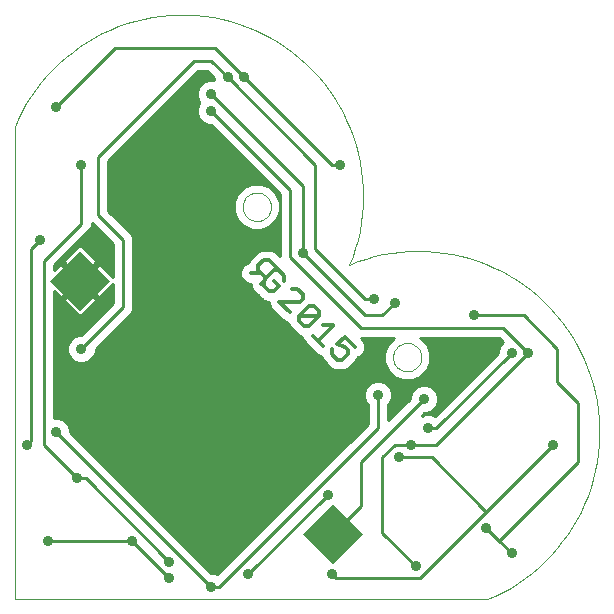
<source format=gtl>
G75*
G70*
%OFA0B0*%
%FSLAX24Y24*%
%IPPOS*%
%LPD*%
%AMOC8*
5,1,8,0,0,1.08239X$1,22.5*
%
%ADD10C,0.0000*%
%ADD11R,0.1417X0.1417*%
%ADD12C,0.0120*%
%ADD13C,0.0100*%
%ADD14C,0.0357*%
D10*
X009756Y010038D02*
X025504Y010038D01*
X025771Y010155D01*
X026032Y010285D01*
X026287Y010428D01*
X026534Y010582D01*
X026773Y010749D01*
X027005Y010927D01*
X027227Y011115D01*
X027440Y011315D01*
X027643Y011524D01*
X027835Y011743D01*
X028017Y011971D01*
X028188Y012207D01*
X028347Y012452D01*
X028494Y012704D01*
X028629Y012962D01*
X028751Y013227D01*
X028860Y013498D01*
X028956Y013773D01*
X029038Y014053D01*
X029107Y014336D01*
X029162Y014622D01*
X029203Y014911D01*
X029231Y015201D01*
X029244Y015493D01*
X029243Y015784D01*
X029228Y016076D01*
X029199Y016366D01*
X029156Y016654D01*
X029099Y016940D01*
X029028Y017223D01*
X028944Y017502D01*
X028846Y017777D01*
X028735Y018047D01*
X028611Y018311D01*
X028475Y018568D01*
X028326Y018819D01*
X028166Y019063D01*
X027994Y019298D01*
X027810Y019525D01*
X027616Y019743D01*
X027412Y019951D01*
X027198Y020148D01*
X026974Y020336D01*
X026742Y020512D01*
X026501Y020677D01*
X026253Y020830D01*
X025998Y020971D01*
X025736Y021099D01*
X025468Y021215D01*
X025195Y021317D01*
X024918Y021407D01*
X024636Y021482D01*
X024351Y021544D01*
X024063Y021592D01*
X023774Y021627D01*
X023483Y021647D01*
X023191Y021653D01*
X022900Y021645D01*
X022609Y021623D01*
X022320Y021587D01*
X022032Y021537D01*
X021748Y021473D01*
X021467Y021395D01*
X021190Y021304D01*
X020917Y021200D01*
X017357Y023123D02*
X017359Y023166D01*
X017365Y023208D01*
X017375Y023250D01*
X017388Y023291D01*
X017405Y023331D01*
X017426Y023368D01*
X017450Y023404D01*
X017477Y023437D01*
X017507Y023468D01*
X017540Y023496D01*
X017575Y023521D01*
X017612Y023542D01*
X017651Y023560D01*
X017691Y023574D01*
X017733Y023585D01*
X017775Y023592D01*
X017818Y023595D01*
X017861Y023594D01*
X017904Y023589D01*
X017946Y023580D01*
X017987Y023568D01*
X018027Y023552D01*
X018065Y023532D01*
X018101Y023509D01*
X018135Y023482D01*
X018167Y023453D01*
X018195Y023421D01*
X018221Y023386D01*
X018243Y023350D01*
X018262Y023311D01*
X018277Y023271D01*
X018289Y023230D01*
X018297Y023187D01*
X018301Y023144D01*
X018301Y023102D01*
X018297Y023059D01*
X018289Y023016D01*
X018277Y022975D01*
X018262Y022935D01*
X018243Y022896D01*
X018221Y022860D01*
X018195Y022825D01*
X018167Y022793D01*
X018135Y022764D01*
X018101Y022737D01*
X018065Y022714D01*
X018027Y022694D01*
X017987Y022678D01*
X017946Y022666D01*
X017904Y022657D01*
X017861Y022652D01*
X017818Y022651D01*
X017775Y022654D01*
X017733Y022661D01*
X017691Y022672D01*
X017651Y022686D01*
X017612Y022704D01*
X017575Y022725D01*
X017540Y022750D01*
X017507Y022778D01*
X017477Y022809D01*
X017450Y022842D01*
X017426Y022878D01*
X017405Y022915D01*
X017388Y022955D01*
X017375Y022996D01*
X017365Y023038D01*
X017359Y023080D01*
X017357Y023123D01*
X020918Y021199D02*
X021022Y021472D01*
X021113Y021749D01*
X021191Y022030D01*
X021255Y022314D01*
X021305Y022602D01*
X021341Y022891D01*
X021363Y023182D01*
X021371Y023473D01*
X021365Y023765D01*
X021345Y024056D01*
X021310Y024345D01*
X021262Y024633D01*
X021200Y024918D01*
X021125Y025200D01*
X021035Y025477D01*
X020933Y025750D01*
X020817Y026018D01*
X020689Y026280D01*
X020548Y026535D01*
X020395Y026783D01*
X020230Y027024D01*
X020054Y027256D01*
X019866Y027480D01*
X019669Y027694D01*
X019461Y027898D01*
X019243Y028092D01*
X019016Y028276D01*
X018781Y028448D01*
X018537Y028608D01*
X018286Y028757D01*
X018029Y028893D01*
X017765Y029017D01*
X017495Y029128D01*
X017220Y029226D01*
X016941Y029310D01*
X016658Y029381D01*
X016372Y029438D01*
X016084Y029481D01*
X015794Y029510D01*
X015502Y029525D01*
X015211Y029526D01*
X014919Y029513D01*
X014629Y029485D01*
X014340Y029444D01*
X014054Y029389D01*
X013771Y029320D01*
X013491Y029238D01*
X013216Y029142D01*
X012945Y029033D01*
X012680Y028911D01*
X012422Y028776D01*
X012170Y028629D01*
X011925Y028470D01*
X011689Y028299D01*
X011461Y028117D01*
X011242Y027925D01*
X011033Y027722D01*
X010833Y027509D01*
X010645Y027287D01*
X010467Y027055D01*
X010300Y026816D01*
X010146Y026569D01*
X010003Y026314D01*
X009873Y026053D01*
X009756Y025786D01*
X009756Y010038D01*
X022368Y018112D02*
X022370Y018155D01*
X022376Y018197D01*
X022386Y018239D01*
X022399Y018280D01*
X022416Y018320D01*
X022437Y018357D01*
X022461Y018393D01*
X022488Y018426D01*
X022518Y018457D01*
X022551Y018485D01*
X022586Y018510D01*
X022623Y018531D01*
X022662Y018549D01*
X022702Y018563D01*
X022744Y018574D01*
X022786Y018581D01*
X022829Y018584D01*
X022872Y018583D01*
X022915Y018578D01*
X022957Y018569D01*
X022998Y018557D01*
X023038Y018541D01*
X023076Y018521D01*
X023112Y018498D01*
X023146Y018471D01*
X023178Y018442D01*
X023206Y018410D01*
X023232Y018375D01*
X023254Y018339D01*
X023273Y018300D01*
X023288Y018260D01*
X023300Y018219D01*
X023308Y018176D01*
X023312Y018133D01*
X023312Y018091D01*
X023308Y018048D01*
X023300Y018005D01*
X023288Y017964D01*
X023273Y017924D01*
X023254Y017885D01*
X023232Y017849D01*
X023206Y017814D01*
X023178Y017782D01*
X023146Y017753D01*
X023112Y017726D01*
X023076Y017703D01*
X023038Y017683D01*
X022998Y017667D01*
X022957Y017655D01*
X022915Y017646D01*
X022872Y017641D01*
X022829Y017640D01*
X022786Y017643D01*
X022744Y017650D01*
X022702Y017661D01*
X022662Y017675D01*
X022623Y017693D01*
X022586Y017714D01*
X022551Y017739D01*
X022518Y017767D01*
X022488Y017798D01*
X022461Y017831D01*
X022437Y017867D01*
X022416Y017904D01*
X022399Y017944D01*
X022386Y017985D01*
X022376Y018027D01*
X022370Y018069D01*
X022368Y018112D01*
D11*
G36*
X019376Y012224D02*
X020377Y013225D01*
X021378Y012224D01*
X020377Y011223D01*
X019376Y012224D01*
G37*
G36*
X010941Y020659D02*
X011942Y021660D01*
X012943Y020659D01*
X011942Y019658D01*
X010941Y020659D01*
G37*
D12*
X017622Y020909D02*
X017969Y020916D01*
X018145Y020740D01*
X018407Y021001D01*
X018492Y021086D01*
X018230Y021348D01*
X018061Y021348D01*
X017884Y021171D01*
X017884Y021001D01*
X017969Y020916D01*
X018145Y020740D02*
X018054Y020648D01*
X017969Y020563D01*
X018054Y020478D02*
X018054Y020648D01*
X018054Y020478D02*
X018230Y020301D01*
X018407Y020308D01*
X018577Y020478D01*
X018400Y020655D01*
X018407Y021001D02*
X018577Y021001D01*
X018746Y020832D01*
X018746Y020662D01*
X019001Y020379D02*
X019185Y020379D01*
X019355Y020209D01*
X019355Y020040D01*
X019347Y020032D02*
X019263Y019948D01*
X018577Y019955D01*
X018923Y019608D01*
X019227Y019474D02*
X019227Y019304D01*
X019397Y019134D01*
X019567Y019134D01*
X019906Y019474D01*
X019906Y019644D01*
X019736Y019813D01*
X019567Y019813D01*
X019227Y019474D01*
X019899Y019481D01*
X020039Y019168D02*
X020382Y019168D01*
X020376Y019163D02*
X019878Y018664D01*
X020042Y018489D02*
X019699Y018832D01*
X020330Y018371D02*
X020330Y018201D01*
X020507Y018024D01*
X020677Y018024D01*
X020847Y018194D01*
X020854Y018201D02*
X020854Y018357D01*
X020762Y018449D01*
X020500Y018541D01*
X020755Y018795D01*
X021101Y018449D01*
D13*
X021425Y018316D02*
X022100Y018316D01*
X022078Y018263D02*
X022078Y017960D01*
X022194Y017680D01*
X022409Y017465D01*
X022689Y017349D01*
X022992Y017349D01*
X023272Y017465D01*
X023487Y017680D01*
X023603Y017960D01*
X023603Y018263D01*
X023487Y018544D01*
X023284Y018746D01*
X025901Y018746D01*
X026027Y018620D01*
X025923Y018516D01*
X025852Y018344D01*
X025852Y018263D01*
X023752Y016163D01*
X023630Y016214D01*
X023443Y016214D01*
X023322Y016163D01*
X023410Y016251D01*
X023490Y016251D01*
X023663Y016323D01*
X023794Y016454D01*
X023866Y016627D01*
X023866Y016813D01*
X023794Y016985D01*
X023663Y017117D01*
X023490Y017188D01*
X023304Y017188D01*
X023132Y017117D01*
X023000Y016985D01*
X022929Y016813D01*
X022929Y016732D01*
X022206Y016009D01*
X022206Y016536D01*
X022263Y016594D01*
X022334Y016766D01*
X022334Y016952D01*
X022263Y017124D01*
X022131Y017256D01*
X021959Y017327D01*
X021773Y017327D01*
X021601Y017256D01*
X021469Y017124D01*
X021398Y016952D01*
X021398Y016766D01*
X021469Y016594D01*
X021526Y016536D01*
X021526Y015886D01*
X016514Y010874D01*
X016391Y010924D01*
X016311Y010924D01*
X011617Y015619D01*
X011617Y015699D01*
X011545Y015871D01*
X011413Y016003D01*
X011241Y016075D01*
X011071Y016075D01*
X011071Y020316D01*
X011299Y020087D01*
X011871Y020659D01*
X011299Y021231D01*
X011071Y021002D01*
X011071Y021172D01*
X012176Y022278D01*
X012271Y022373D01*
X012323Y022498D01*
X012323Y022580D01*
X013035Y021868D01*
X013035Y020779D01*
X012584Y021231D01*
X012012Y020659D01*
X011942Y020730D01*
X012513Y021301D01*
X012034Y021781D01*
X011999Y021801D01*
X011961Y021811D01*
X011922Y021811D01*
X011884Y021801D01*
X011849Y021781D01*
X011370Y021301D01*
X011941Y020730D01*
X011871Y020659D01*
X011941Y020588D01*
X011370Y020016D01*
X011849Y019537D01*
X011884Y019517D01*
X011922Y019507D01*
X011961Y019507D01*
X011999Y019517D01*
X012034Y019537D01*
X012513Y020016D01*
X011942Y020588D01*
X012012Y020659D01*
X012584Y020087D01*
X013035Y020538D01*
X013035Y019923D01*
X011971Y018858D01*
X011890Y018858D01*
X011718Y018787D01*
X011586Y018655D01*
X011515Y018483D01*
X011515Y018297D01*
X011586Y018125D01*
X011718Y017993D01*
X011890Y017922D01*
X012076Y017922D01*
X012249Y017993D01*
X012380Y018125D01*
X012452Y018297D01*
X012452Y018378D01*
X013568Y019494D01*
X013663Y019589D01*
X013715Y019714D01*
X013715Y021941D01*
X013715Y022077D01*
X013700Y022112D01*
X013663Y022202D01*
X012880Y022985D01*
X012880Y024652D01*
X015882Y027654D01*
X016158Y027654D01*
X016387Y027425D01*
X016387Y027349D01*
X016205Y027349D01*
X016033Y027278D01*
X015901Y027146D01*
X015830Y026974D01*
X015830Y026788D01*
X015901Y026616D01*
X015914Y026603D01*
X015901Y026589D01*
X015830Y026417D01*
X015830Y026231D01*
X015901Y026059D01*
X016033Y025927D01*
X016205Y025856D01*
X016286Y025856D01*
X018603Y023539D01*
X018482Y023539D01*
X018476Y023555D02*
X018261Y023769D01*
X017981Y023885D01*
X017678Y023885D01*
X017398Y023769D01*
X017183Y023555D01*
X017067Y023274D01*
X017067Y022971D01*
X017183Y022691D01*
X017398Y022476D01*
X017678Y022360D01*
X017981Y022360D01*
X018261Y022476D01*
X018476Y022691D01*
X018592Y022971D01*
X018592Y023274D01*
X018476Y023555D01*
X018504Y023637D02*
X018393Y023637D01*
X018406Y023736D02*
X018294Y023736D01*
X018307Y023834D02*
X018103Y023834D01*
X018209Y023933D02*
X012880Y023933D01*
X012880Y023834D02*
X017556Y023834D01*
X017364Y023736D02*
X012880Y023736D01*
X012880Y023637D02*
X017266Y023637D01*
X017177Y023539D02*
X012880Y023539D01*
X012880Y023440D02*
X017136Y023440D01*
X017095Y023342D02*
X012880Y023342D01*
X012880Y023243D02*
X017067Y023243D01*
X017067Y023145D02*
X012880Y023145D01*
X012880Y023046D02*
X017067Y023046D01*
X017077Y022948D02*
X012918Y022948D01*
X013016Y022849D02*
X017117Y022849D01*
X017158Y022751D02*
X013115Y022751D01*
X013213Y022652D02*
X017222Y022652D01*
X017320Y022553D02*
X013312Y022553D01*
X013410Y022455D02*
X017449Y022455D01*
X018210Y022455D02*
X018603Y022455D01*
X018603Y022553D02*
X018338Y022553D01*
X018437Y022652D02*
X018603Y022652D01*
X018603Y022751D02*
X018501Y022751D01*
X018541Y022849D02*
X018603Y022849D01*
X018603Y022948D02*
X018582Y022948D01*
X018592Y023046D02*
X018603Y023046D01*
X018592Y023145D02*
X018603Y023145D01*
X018592Y023243D02*
X018603Y023243D01*
X018603Y023342D02*
X018564Y023342D01*
X018603Y023440D02*
X018523Y023440D01*
X018603Y023539D02*
X018603Y021470D01*
X018527Y021546D01*
X018429Y021644D01*
X018300Y021698D01*
X018130Y021698D01*
X017991Y021698D01*
X017862Y021644D01*
X017587Y021369D01*
X017540Y021255D01*
X017418Y021202D01*
X017321Y021101D01*
X017271Y020972D01*
X017274Y020832D01*
X017330Y020705D01*
X017430Y020609D01*
X017560Y020558D01*
X017619Y020559D01*
X017619Y020493D01*
X017672Y020365D01*
X017770Y020266D01*
X017855Y020181D01*
X017939Y020098D01*
X017942Y020091D01*
X017988Y020049D01*
X018032Y020004D01*
X018039Y020002D01*
X018044Y019997D01*
X018103Y019975D01*
X018161Y019951D01*
X018168Y019951D01*
X018175Y019949D01*
X018227Y019951D01*
X018226Y019889D01*
X018227Y019887D01*
X018227Y019885D01*
X018253Y019822D01*
X018278Y019760D01*
X018279Y019758D01*
X018280Y019756D01*
X018329Y019708D01*
X018375Y019660D01*
X018377Y019659D01*
X018725Y019312D01*
X018854Y019258D01*
X018877Y019258D01*
X018877Y019235D01*
X018877Y019234D01*
X018894Y019193D01*
X018931Y019106D01*
X019029Y019007D01*
X019100Y018936D01*
X019199Y018838D01*
X019327Y018784D01*
X019349Y018784D01*
X019349Y018763D01*
X019403Y018634D01*
X019844Y018193D01*
X019973Y018139D01*
X019980Y018139D01*
X019980Y018131D01*
X020034Y018003D01*
X020132Y017904D01*
X020309Y017728D01*
X020438Y017674D01*
X020577Y017674D01*
X020746Y017674D01*
X020875Y017728D01*
X020974Y017826D01*
X021143Y017996D01*
X021150Y018003D01*
X021194Y018108D01*
X021299Y018152D01*
X021398Y018250D01*
X021451Y018379D01*
X021451Y018518D01*
X021398Y018647D01*
X021299Y018746D01*
X022397Y018746D01*
X022194Y018544D01*
X022078Y018263D01*
X022078Y018218D02*
X021365Y018218D01*
X021220Y018119D02*
X022078Y018119D01*
X022078Y018020D02*
X021158Y018020D01*
X021143Y017996D02*
X021143Y017996D01*
X021069Y017922D02*
X022094Y017922D01*
X022135Y017823D02*
X020971Y017823D01*
X020974Y017826D02*
X020974Y017826D01*
X020868Y017725D02*
X022175Y017725D01*
X022248Y017626D02*
X011071Y017626D01*
X011071Y017528D02*
X022346Y017528D01*
X022496Y017429D02*
X011071Y017429D01*
X011071Y017331D02*
X024919Y017331D01*
X025018Y017429D02*
X023185Y017429D01*
X023335Y017528D02*
X025116Y017528D01*
X025215Y017626D02*
X023433Y017626D01*
X023505Y017725D02*
X025314Y017725D01*
X025412Y017823D02*
X023546Y017823D01*
X023587Y017922D02*
X025511Y017922D01*
X025609Y018020D02*
X023603Y018020D01*
X023603Y018119D02*
X025708Y018119D01*
X025806Y018218D02*
X023603Y018218D01*
X023581Y018316D02*
X025852Y018316D01*
X025881Y018415D02*
X023540Y018415D01*
X023499Y018513D02*
X025922Y018513D01*
X026019Y018612D02*
X023419Y018612D01*
X023320Y018710D02*
X025937Y018710D01*
X026042Y019086D02*
X026877Y018251D01*
X023815Y015189D01*
X022980Y015189D01*
X022423Y015189D01*
X022005Y014771D01*
X022005Y012266D01*
X023119Y011152D01*
X023258Y010734D02*
X025485Y012961D01*
X023676Y014771D01*
X022562Y014771D01*
X021866Y015745D02*
X021866Y016859D01*
X021432Y017035D02*
X011071Y017035D01*
X011071Y017134D02*
X021478Y017134D01*
X021577Y017232D02*
X011071Y017232D01*
X011071Y016936D02*
X021398Y016936D01*
X021398Y016838D02*
X011071Y016838D01*
X011071Y016739D02*
X021409Y016739D01*
X021449Y016641D02*
X011071Y016641D01*
X011071Y016542D02*
X021520Y016542D01*
X021526Y016444D02*
X011071Y016444D01*
X011071Y016345D02*
X021526Y016345D01*
X021526Y016247D02*
X011071Y016247D01*
X011071Y016148D02*
X021526Y016148D01*
X021526Y016050D02*
X011302Y016050D01*
X011466Y015951D02*
X021526Y015951D01*
X021492Y015852D02*
X011553Y015852D01*
X011594Y015754D02*
X021394Y015754D01*
X021295Y015655D02*
X011617Y015655D01*
X011678Y015557D02*
X021197Y015557D01*
X021098Y015458D02*
X011777Y015458D01*
X011875Y015360D02*
X021000Y015360D01*
X020901Y015261D02*
X011974Y015261D01*
X012072Y015163D02*
X020803Y015163D01*
X020704Y015064D02*
X012171Y015064D01*
X012269Y014966D02*
X020606Y014966D01*
X020507Y014867D02*
X012368Y014867D01*
X012467Y014769D02*
X020408Y014769D01*
X020310Y014670D02*
X012565Y014670D01*
X012664Y014571D02*
X020211Y014571D01*
X020113Y014473D02*
X012762Y014473D01*
X012861Y014374D02*
X020014Y014374D01*
X019916Y014276D02*
X012959Y014276D01*
X013058Y014177D02*
X019817Y014177D01*
X019719Y014079D02*
X013156Y014079D01*
X013255Y013980D02*
X019620Y013980D01*
X019522Y013882D02*
X013353Y013882D01*
X013452Y013783D02*
X019423Y013783D01*
X019324Y013685D02*
X013551Y013685D01*
X013649Y013586D02*
X019226Y013586D01*
X019127Y013487D02*
X013748Y013487D01*
X013846Y013389D02*
X019029Y013389D01*
X018930Y013290D02*
X013945Y013290D01*
X014043Y013192D02*
X018832Y013192D01*
X018733Y013093D02*
X014142Y013093D01*
X014240Y012995D02*
X018635Y012995D01*
X018536Y012896D02*
X014339Y012896D01*
X014437Y012798D02*
X018438Y012798D01*
X018339Y012699D02*
X014536Y012699D01*
X014635Y012601D02*
X018241Y012601D01*
X018142Y012502D02*
X014733Y012502D01*
X014832Y012403D02*
X018043Y012403D01*
X017945Y012305D02*
X014930Y012305D01*
X015029Y012206D02*
X017846Y012206D01*
X017748Y012108D02*
X015127Y012108D01*
X015226Y012009D02*
X017649Y012009D01*
X017551Y011911D02*
X015324Y011911D01*
X015423Y011812D02*
X017452Y011812D01*
X017354Y011714D02*
X015521Y011714D01*
X015620Y011615D02*
X017255Y011615D01*
X017157Y011517D02*
X015719Y011517D01*
X015817Y011418D02*
X017058Y011418D01*
X016959Y011319D02*
X015916Y011319D01*
X016014Y011221D02*
X016861Y011221D01*
X016762Y011122D02*
X016113Y011122D01*
X016211Y011024D02*
X016664Y011024D01*
X016565Y010925D02*
X016310Y010925D01*
X016298Y010456D02*
X016577Y010456D01*
X021866Y015745D01*
X022206Y016050D02*
X022246Y016050D01*
X022206Y016148D02*
X022345Y016148D01*
X022443Y016247D02*
X022206Y016247D01*
X022206Y016345D02*
X022542Y016345D01*
X022641Y016444D02*
X022206Y016444D01*
X022212Y016542D02*
X022739Y016542D01*
X022838Y016641D02*
X022283Y016641D01*
X022324Y016739D02*
X022929Y016739D01*
X022939Y016838D02*
X022334Y016838D01*
X022334Y016936D02*
X022980Y016936D01*
X023050Y017035D02*
X022300Y017035D01*
X022254Y017134D02*
X023172Y017134D01*
X023397Y016720D02*
X021309Y014632D01*
X021309Y013156D01*
X020377Y012224D01*
X020196Y013518D02*
X017551Y010874D01*
X016298Y010456D02*
X011148Y015606D01*
X010731Y015189D02*
X010731Y021313D01*
X011983Y022566D01*
X011983Y024515D01*
X012540Y024793D02*
X015742Y027994D01*
X016298Y027994D01*
X016855Y027438D01*
X019778Y024515D01*
X019778Y021731D01*
X021449Y020060D01*
X021727Y020060D01*
X022005Y019504D02*
X021449Y019504D01*
X019361Y021592D01*
X019361Y023819D01*
X016298Y026881D01*
X015830Y026889D02*
X015117Y026889D01*
X015019Y026791D02*
X015830Y026791D01*
X015869Y026692D02*
X014920Y026692D01*
X014822Y026594D02*
X015905Y026594D01*
X015862Y026495D02*
X014723Y026495D01*
X014624Y026397D02*
X015830Y026397D01*
X015830Y026298D02*
X014526Y026298D01*
X014427Y026200D02*
X015843Y026200D01*
X015884Y026101D02*
X014329Y026101D01*
X014230Y026002D02*
X015958Y026002D01*
X016089Y025904D02*
X014132Y025904D01*
X014033Y025805D02*
X016336Y025805D01*
X016435Y025707D02*
X013935Y025707D01*
X013836Y025608D02*
X016533Y025608D01*
X016632Y025510D02*
X013738Y025510D01*
X013639Y025411D02*
X016730Y025411D01*
X016829Y025313D02*
X013541Y025313D01*
X013442Y025214D02*
X016928Y025214D01*
X017026Y025116D02*
X013343Y025116D01*
X013245Y025017D02*
X017125Y025017D01*
X017223Y024918D02*
X013146Y024918D01*
X013048Y024820D02*
X017322Y024820D01*
X017420Y024721D02*
X012949Y024721D01*
X012880Y024623D02*
X017519Y024623D01*
X017617Y024524D02*
X012880Y024524D01*
X012880Y024426D02*
X017716Y024426D01*
X017814Y024327D02*
X012880Y024327D01*
X012880Y024229D02*
X017913Y024229D01*
X018012Y024130D02*
X012880Y024130D01*
X012880Y024032D02*
X018110Y024032D01*
X018943Y023679D02*
X016298Y026324D01*
X015836Y026988D02*
X015216Y026988D01*
X015314Y027086D02*
X015876Y027086D01*
X015940Y027185D02*
X015413Y027185D01*
X015511Y027284D02*
X016046Y027284D01*
X016331Y027481D02*
X015708Y027481D01*
X015610Y027382D02*
X016387Y027382D01*
X016233Y027579D02*
X015807Y027579D01*
X016438Y028412D02*
X013097Y028412D01*
X011148Y026463D01*
X012540Y024793D02*
X012540Y022844D01*
X013375Y022009D01*
X013375Y019782D01*
X011983Y018390D01*
X011548Y018218D02*
X011071Y018218D01*
X011071Y018316D02*
X011515Y018316D01*
X011515Y018415D02*
X011071Y018415D01*
X011071Y018513D02*
X011527Y018513D01*
X011568Y018612D02*
X011071Y018612D01*
X011071Y018710D02*
X011641Y018710D01*
X011770Y018809D02*
X011071Y018809D01*
X011071Y018907D02*
X012020Y018907D01*
X012118Y019006D02*
X011071Y019006D01*
X011071Y019104D02*
X012217Y019104D01*
X012315Y019203D02*
X011071Y019203D01*
X011071Y019301D02*
X012414Y019301D01*
X012513Y019400D02*
X011071Y019400D01*
X011071Y019499D02*
X012611Y019499D01*
X012710Y019597D02*
X012094Y019597D01*
X012193Y019696D02*
X012808Y019696D01*
X012907Y019794D02*
X012291Y019794D01*
X012390Y019893D02*
X013005Y019893D01*
X013035Y019991D02*
X012488Y019991D01*
X012440Y020090D02*
X012581Y020090D01*
X012587Y020090D02*
X013035Y020090D01*
X013035Y020188D02*
X012685Y020188D01*
X012784Y020287D02*
X013035Y020287D01*
X013035Y020385D02*
X012882Y020385D01*
X012981Y020484D02*
X013035Y020484D01*
X013035Y020780D02*
X013035Y020780D01*
X013035Y020878D02*
X012936Y020878D01*
X012838Y020977D02*
X013035Y020977D01*
X013035Y021075D02*
X012739Y021075D01*
X012641Y021174D02*
X013035Y021174D01*
X013035Y021272D02*
X012484Y021272D01*
X012444Y021371D02*
X013035Y021371D01*
X013035Y021469D02*
X012345Y021469D01*
X012247Y021568D02*
X013035Y021568D01*
X013035Y021667D02*
X012148Y021667D01*
X012050Y021765D02*
X013035Y021765D01*
X013035Y021864D02*
X011762Y021864D01*
X011833Y021765D02*
X011663Y021765D01*
X011735Y021667D02*
X011565Y021667D01*
X011636Y021568D02*
X011466Y021568D01*
X011538Y021469D02*
X011368Y021469D01*
X011439Y021371D02*
X011269Y021371D01*
X011171Y021272D02*
X011399Y021272D01*
X011356Y021174D02*
X011497Y021174D01*
X011455Y021075D02*
X011596Y021075D01*
X011553Y020977D02*
X011694Y020977D01*
X011652Y020878D02*
X011793Y020878D01*
X011750Y020780D02*
X011891Y020780D01*
X011893Y020681D02*
X011849Y020681D01*
X011795Y020583D02*
X011936Y020583D01*
X011947Y020583D02*
X012088Y020583D01*
X012046Y020484D02*
X012187Y020484D01*
X012144Y020385D02*
X012285Y020385D01*
X012243Y020287D02*
X012384Y020287D01*
X012341Y020188D02*
X012483Y020188D01*
X012034Y020681D02*
X011990Y020681D01*
X011992Y020780D02*
X012133Y020780D01*
X012090Y020878D02*
X012231Y020878D01*
X012189Y020977D02*
X012330Y020977D01*
X012287Y021075D02*
X012429Y021075D01*
X012386Y021174D02*
X012527Y021174D01*
X011837Y020484D02*
X011696Y020484D01*
X011739Y020385D02*
X011597Y020385D01*
X011640Y020287D02*
X011499Y020287D01*
X011542Y020188D02*
X011400Y020188D01*
X011443Y020090D02*
X011302Y020090D01*
X011296Y020090D02*
X011071Y020090D01*
X011071Y020188D02*
X011198Y020188D01*
X011099Y020287D02*
X011071Y020287D01*
X011071Y019991D02*
X011395Y019991D01*
X011493Y019893D02*
X011071Y019893D01*
X011071Y019794D02*
X011592Y019794D01*
X011690Y019696D02*
X011071Y019696D01*
X011071Y019597D02*
X011789Y019597D01*
X012686Y018612D02*
X019425Y018612D01*
X019371Y018710D02*
X012784Y018710D01*
X012883Y018809D02*
X019269Y018809D01*
X019129Y018907D02*
X012981Y018907D01*
X013080Y019006D02*
X019031Y019006D01*
X019029Y019007D02*
X019029Y019007D01*
X019100Y018936D02*
X019100Y018936D01*
X018932Y019104D02*
X013178Y019104D01*
X013277Y019203D02*
X018890Y019203D01*
X018749Y019301D02*
X013375Y019301D01*
X013474Y019400D02*
X018636Y019400D01*
X018538Y019499D02*
X013573Y019499D01*
X013568Y019494D02*
X013568Y019494D01*
X013667Y019597D02*
X018439Y019597D01*
X018341Y019696D02*
X013707Y019696D01*
X013715Y019794D02*
X018264Y019794D01*
X018226Y019893D02*
X013715Y019893D01*
X013715Y019991D02*
X018059Y019991D01*
X017943Y020090D02*
X013715Y020090D01*
X013715Y020188D02*
X017848Y020188D01*
X017855Y020181D02*
X017855Y020181D01*
X017750Y020287D02*
X013715Y020287D01*
X013715Y020385D02*
X017663Y020385D01*
X017622Y020484D02*
X013715Y020484D01*
X013715Y020583D02*
X017497Y020583D01*
X017354Y020681D02*
X013715Y020681D01*
X013715Y020780D02*
X017297Y020780D01*
X017273Y020878D02*
X013715Y020878D01*
X013715Y020977D02*
X017273Y020977D01*
X017311Y021075D02*
X013715Y021075D01*
X013715Y021174D02*
X017391Y021174D01*
X017547Y021272D02*
X013715Y021272D01*
X013715Y021371D02*
X017589Y021371D01*
X017687Y021469D02*
X013715Y021469D01*
X013715Y021568D02*
X017786Y021568D01*
X017916Y021667D02*
X013715Y021667D01*
X013715Y021765D02*
X018603Y021765D01*
X018603Y021667D02*
X018375Y021667D01*
X018505Y021568D02*
X018603Y021568D01*
X018603Y021864D02*
X013715Y021864D01*
X013715Y021962D02*
X018603Y021962D01*
X018603Y022061D02*
X013715Y022061D01*
X013715Y022077D02*
X013715Y022077D01*
X013681Y022159D02*
X018603Y022159D01*
X018603Y022258D02*
X013607Y022258D01*
X013509Y022356D02*
X018603Y022356D01*
X018943Y021452D02*
X018943Y023679D01*
X020335Y024515D02*
X020613Y024515D01*
X020335Y024515D02*
X017412Y027438D01*
X016438Y028412D01*
X012350Y022553D02*
X012323Y022553D01*
X012305Y022455D02*
X012449Y022455D01*
X012547Y022356D02*
X012255Y022356D01*
X012156Y022258D02*
X012646Y022258D01*
X012744Y022159D02*
X012057Y022159D01*
X011959Y022061D02*
X012843Y022061D01*
X012941Y021962D02*
X011860Y021962D01*
X011242Y021174D02*
X011072Y021174D01*
X011071Y021075D02*
X011144Y021075D01*
X010313Y021731D02*
X010591Y022009D01*
X010313Y021731D02*
X010313Y015328D01*
X010174Y015189D01*
X010731Y015189D02*
X011844Y014075D01*
X012123Y014075D01*
X014906Y011291D01*
X014906Y010734D02*
X013654Y011987D01*
X010870Y011987D01*
X011071Y017725D02*
X020316Y017725D01*
X020213Y017823D02*
X011071Y017823D01*
X011071Y017922D02*
X011890Y017922D01*
X012077Y017922D02*
X020115Y017922D01*
X020026Y018020D02*
X012276Y018020D01*
X012375Y018119D02*
X019986Y018119D01*
X019819Y018218D02*
X012419Y018218D01*
X012452Y018316D02*
X019720Y018316D01*
X019622Y018415D02*
X012489Y018415D01*
X012587Y018513D02*
X019523Y018513D01*
X021334Y018710D02*
X022361Y018710D01*
X022262Y018612D02*
X021412Y018612D01*
X021451Y018513D02*
X022182Y018513D01*
X022141Y018415D02*
X021451Y018415D01*
X021309Y019086D02*
X026042Y019086D01*
X026738Y019504D02*
X027851Y018390D01*
X027851Y017276D01*
X028547Y016581D01*
X028547Y014632D01*
X025903Y011987D01*
X025485Y012405D01*
X025485Y012961D02*
X027712Y015189D01*
X026320Y018251D02*
X023815Y015745D01*
X023536Y015745D01*
X023405Y016247D02*
X023835Y016247D01*
X023934Y016345D02*
X023685Y016345D01*
X023784Y016444D02*
X024032Y016444D01*
X024131Y016542D02*
X023831Y016542D01*
X023866Y016641D02*
X024230Y016641D01*
X024328Y016739D02*
X023866Y016739D01*
X023855Y016838D02*
X024427Y016838D01*
X024525Y016936D02*
X023814Y016936D01*
X023744Y017035D02*
X024624Y017035D01*
X024722Y017134D02*
X023622Y017134D01*
X024821Y017232D02*
X022155Y017232D01*
X021309Y019086D02*
X018943Y021452D01*
X022005Y019504D02*
X022423Y019921D01*
X025068Y019504D02*
X026738Y019504D01*
X025903Y011987D02*
X026320Y011570D01*
X023258Y010734D02*
X020474Y010734D01*
X020335Y010874D01*
X011690Y018020D02*
X011071Y018020D01*
X011071Y018119D02*
X011592Y018119D01*
D14*
X011983Y018390D03*
X012262Y019504D03*
X012679Y019921D03*
X012679Y021592D03*
X012262Y022009D03*
X010591Y022009D03*
X011983Y024515D03*
X011148Y026463D03*
X016298Y026324D03*
X016298Y026881D03*
X016855Y027438D03*
X017412Y027438D03*
X020613Y024515D03*
X019361Y021592D03*
X021727Y020060D03*
X022423Y019921D03*
X025068Y019504D03*
X026320Y018251D03*
X026877Y018251D03*
X027712Y015189D03*
X025485Y012405D03*
X026320Y011570D03*
X023119Y011152D03*
X020335Y010874D03*
X020196Y013518D03*
X022562Y014771D03*
X022980Y015189D03*
X023536Y015745D03*
X023397Y016720D03*
X021866Y016859D03*
X017551Y010874D03*
X016298Y010456D03*
X014906Y010734D03*
X014906Y011291D03*
X013654Y011987D03*
X011844Y014075D03*
X011148Y015606D03*
X010174Y015189D03*
X010870Y011987D03*
M02*

</source>
